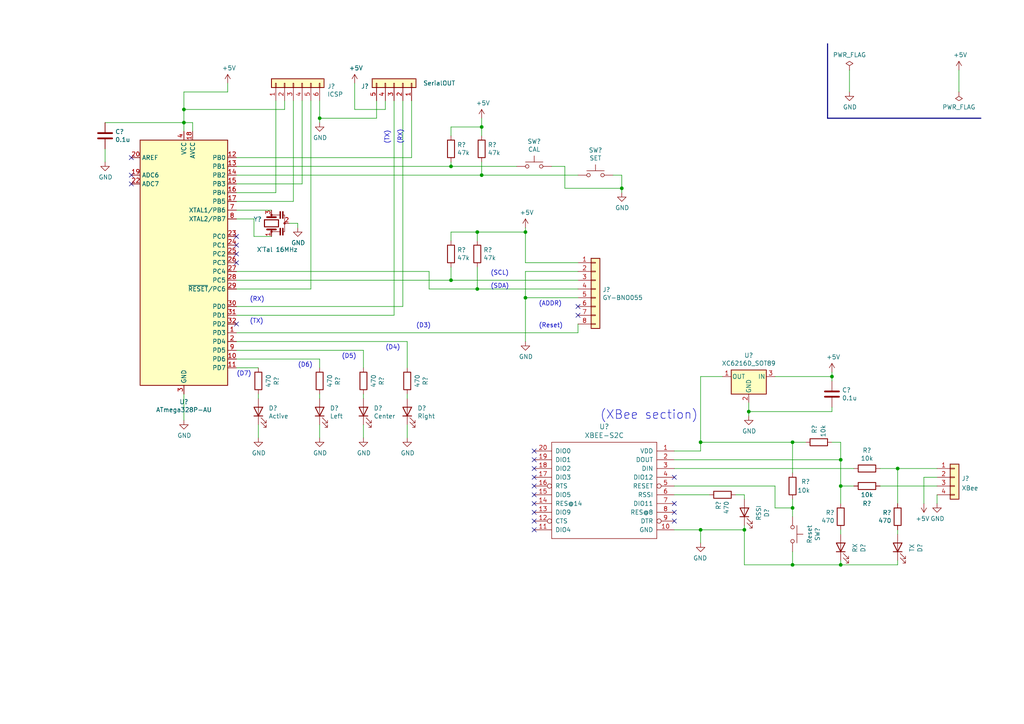
<source format=kicad_sch>
(kicad_sch (version 20211123) (generator eeschema)
  (paper "A4")
  (title_block (title "control board") (date "2021-11-06") (rev "V1.0") (company "Saeki.A"))
  (lib_symbols
    (symbol "0.main.mega:C" (pin_numbers hide) (pin_names (offset 0.254))
      (property "Reference" "C" (at 0.635 2.54 0))
      (property "Value" "0.main.mega_C" (at 0.635 -2.54 0))
      (symbol "C_0_1"
        (polyline (pts (xy -2.032 -0.762) (xy 2.032 -0.762)) (stroke (width 0.508)))
        (polyline (pts (xy -2.032 0.762) (xy 2.032 0.762)) (stroke (width 0.508)))
      )
      (symbol "C_1_1"
        (pin passive line (at 0 3.81 270) (length 2.794) (name "~") (number "1"))
        (pin passive line (at 0 -3.81 90) (length 2.794) (name "~") (number "2"))
      )
    )
    (symbol "0.main.robot.library:XBEE-S2C" (pin_names (offset 1.016))
      (property "Value" "0.main.robot.library_XBEE-S2C" (at -15.24 -17.78 0))
      (symbol "XBEE-S2C_1_0"
        (polyline (pts (xy -15.24 -15.24) (xy -15.24 12.7)))
        (polyline (pts (xy -15.24 12.7) (xy 15.24 12.7)))
        (polyline (pts (xy 15.24 -15.24) (xy -15.24 -15.24)))
        (polyline (pts (xy 15.24 12.7) (xy 15.24 -15.24)))
        (pin power_in line (at -20.32 10.16 0) (length 5.08) (name "VDD") (number "1"))
        (pin power_in line (at -20.32 -12.7 0) (length 5.08) (name "GND") (number "10"))
        (pin bidirectional line (at 20.32 -12.7 180) (length 5.08) (name "DIO4") (number "11"))
        (pin output inverted (at 20.32 -10.16 180) (length 5.08) (name "CTS") (number "12"))
        (pin bidirectional line (at 20.32 -7.62 180) (length 5.08) (name "DIO9") (number "13"))
        (pin bidirectional line (at 20.32 -5.08 180) (length 5.08) (name "RES@14") (number "14"))
        (pin bidirectional line (at 20.32 -2.54 180) (length 5.08) (name "DIO5") (number "15"))
        (pin input inverted (at 20.32 0 180) (length 5.08) (name "RTS") (number "16"))
        (pin bidirectional line (at 20.32 2.54 180) (length 5.08) (name "DIO3") (number "17"))
        (pin bidirectional line (at 20.32 5.08 180) (length 5.08) (name "DIO2") (number "18"))
        (pin bidirectional line (at 20.32 7.62 180) (length 5.08) (name "DIO1") (number "19"))
        (pin output line (at -20.32 7.62 0) (length 5.08) (name "DOUT") (number "2"))
        (pin bidirectional line (at 20.32 10.16 180) (length 5.08) (name "DIO0") (number "20"))
        (pin input line (at -20.32 5.08 0) (length 5.08) (name "DIN") (number "3"))
        (pin bidirectional line (at -20.32 2.54 0) (length 5.08) (name "DIO12") (number "4"))
        (pin input inverted (at -20.32 0 0) (length 5.08) (name "RESET") (number "5"))
        (pin bidirectional line (at -20.32 -2.54 0) (length 5.08) (name "RSSI") (number "6"))
        (pin bidirectional line (at -20.32 -5.08 0) (length 5.08) (name "DIO11") (number "7"))
        (pin bidirectional line (at -20.32 -7.62 0) (length 5.08) (name "RES@8") (number "8"))
        (pin bidirectional inverted (at -20.32 -10.16 0) (length 5.08) (name "DTR") (number "9"))
      )
    )
    (symbol "Connector_Generic:Conn_01x04" (pin_names (offset 1.016) hide)
      (property "Reference" "J" (at 0 5.08 0))
      (property "Value" "Conn_01x04" (at 0 -7.62 0))
      (symbol "Conn_01x04_1_1"
        (rectangle (start -1.27 -4.953) (end 0 -5.207) (stroke (width 0.1524)))
        (rectangle (start -1.27 -2.413) (end 0 -2.667) (stroke (width 0.1524)))
        (rectangle (start -1.27 0.127) (end 0 -0.127) (stroke (width 0.1524)))
        (rectangle (start -1.27 2.667) (end 0 2.413) (stroke (width 0.1524)))
        (rectangle (start -1.27 3.81) (end 1.27 -6.35) (stroke (width 0.254)) (fill (type background)))
        (pin passive line (at -5.08 2.54 0) (length 3.81) (name "Pin_1") (number "1"))
        (pin passive line (at -5.08 0 0) (length 3.81) (name "Pin_2") (number "2"))
        (pin passive line (at -5.08 -2.54 0) (length 3.81) (name "Pin_3") (number "3"))
        (pin passive line (at -5.08 -5.08 0) (length 3.81) (name "Pin_4") (number "4"))
      )
    )
    (symbol "Connector_Generic:Conn_01x05" (pin_names (offset 1.016) hide)
      (property "Reference" "J" (at 0 7.62 0))
      (property "Value" "Conn_01x05" (at 0 -7.62 0))
      (symbol "Conn_01x05_1_1"
        (rectangle (start -1.27 -4.953) (end 0 -5.207) (stroke (width 0.1524)))
        (rectangle (start -1.27 -2.413) (end 0 -2.667) (stroke (width 0.1524)))
        (rectangle (start -1.27 0.127) (end 0 -0.127) (stroke (width 0.1524)))
        (rectangle (start -1.27 2.667) (end 0 2.413) (stroke (width 0.1524)))
        (rectangle (start -1.27 5.207) (end 0 4.953) (stroke (width 0.1524)))
        (rectangle (start -1.27 6.35) (end 1.27 -6.35) (stroke (width 0.254)) (fill (type background)))
        (pin passive line (at -5.08 5.08 0) (length 3.81) (name "Pin_1") (number "1"))
        (pin passive line (at -5.08 2.54 0) (length 3.81) (name "Pin_2") (number "2"))
        (pin passive line (at -5.08 0 0) (length 3.81) (name "Pin_3") (number "3"))
        (pin passive line (at -5.08 -2.54 0) (length 3.81) (name "Pin_4") (number "4"))
        (pin passive line (at -5.08 -5.08 0) (length 3.81) (name "Pin_5") (number "5"))
      )
    )
    (symbol "Connector_Generic:Conn_01x06" (pin_names (offset 1.016) hide)
      (property "Reference" "J" (at 0 7.62 0))
      (property "Value" "Conn_01x06" (at 0 -10.16 0))
      (symbol "Conn_01x06_1_1"
        (rectangle (start -1.27 -7.493) (end 0 -7.747) (stroke (width 0.1524)))
        (rectangle (start -1.27 -4.953) (end 0 -5.207) (stroke (width 0.1524)))
        (rectangle (start -1.27 -2.413) (end 0 -2.667) (stroke (width 0.1524)))
        (rectangle (start -1.27 0.127) (end 0 -0.127) (stroke (width 0.1524)))
        (rectangle (start -1.27 2.667) (end 0 2.413) (stroke (width 0.1524)))
        (rectangle (start -1.27 5.207) (end 0 4.953) (stroke (width 0.1524)))
        (rectangle (start -1.27 6.35) (end 1.27 -8.89) (stroke (width 0.254)) (fill (type background)))
        (pin passive line (at -5.08 5.08 0) (length 3.81) (name "Pin_1") (number "1"))
        (pin passive line (at -5.08 2.54 0) (length 3.81) (name "Pin_2") (number "2"))
        (pin passive line (at -5.08 0 0) (length 3.81) (name "Pin_3") (number "3"))
        (pin passive line (at -5.08 -2.54 0) (length 3.81) (name "Pin_4") (number "4"))
        (pin passive line (at -5.08 -5.08 0) (length 3.81) (name "Pin_5") (number "5"))
        (pin passive line (at -5.08 -7.62 0) (length 3.81) (name "Pin_6") (number "6"))
      )
    )
    (symbol "Connector_Generic:Conn_01x08" (pin_names (offset 1.016) hide)
      (property "Reference" "J" (at 0 10.16 0))
      (property "Value" "Conn_01x08" (at 0 -12.7 0))
      (symbol "Conn_01x08_1_1"
        (rectangle (start -1.27 -10.033) (end 0 -10.287) (stroke (width 0.1524)))
        (rectangle (start -1.27 -7.493) (end 0 -7.747) (stroke (width 0.1524)))
        (rectangle (start -1.27 -4.953) (end 0 -5.207) (stroke (width 0.1524)))
        (rectangle (start -1.27 -2.413) (end 0 -2.667) (stroke (width 0.1524)))
        (rectangle (start -1.27 0.127) (end 0 -0.127) (stroke (width 0.1524)))
        (rectangle (start -1.27 2.667) (end 0 2.413) (stroke (width 0.1524)))
        (rectangle (start -1.27 5.207) (end 0 4.953) (stroke (width 0.1524)))
        (rectangle (start -1.27 7.747) (end 0 7.493) (stroke (width 0.1524)))
        (rectangle (start -1.27 8.89) (end 1.27 -11.43) (stroke (width 0.254)) (fill (type background)))
        (pin passive line (at -5.08 7.62 0) (length 3.81) (name "Pin_1") (number "1"))
        (pin passive line (at -5.08 5.08 0) (length 3.81) (name "Pin_2") (number "2"))
        (pin passive line (at -5.08 2.54 0) (length 3.81) (name "Pin_3") (number "3"))
        (pin passive line (at -5.08 0 0) (length 3.81) (name "Pin_4") (number "4"))
        (pin passive line (at -5.08 -2.54 0) (length 3.81) (name "Pin_5") (number "5"))
        (pin passive line (at -5.08 -5.08 0) (length 3.81) (name "Pin_6") (number "6"))
        (pin passive line (at -5.08 -7.62 0) (length 3.81) (name "Pin_7") (number "7"))
        (pin passive line (at -5.08 -10.16 0) (length 3.81) (name "Pin_8") (number "8"))
      )
    )
    (symbol "Device:C" (pin_numbers hide) (pin_names (offset 0.254))
      (property "Reference" "C" (at 0.635 2.54 0))
      (property "Value" "C" (at 0.635 -2.54 0))
      (symbol "C_0_1"
        (polyline (pts (xy -2.032 -0.762) (xy 2.032 -0.762)) (stroke (width 0.508)))
        (polyline (pts (xy -2.032 0.762) (xy 2.032 0.762)) (stroke (width 0.508)))
      )
      (symbol "C_1_1"
        (pin passive line (at 0 3.81 270) (length 2.794) (name "~") (number "1"))
        (pin passive line (at 0 -3.81 90) (length 2.794) (name "~") (number "2"))
      )
    )
    (symbol "Device:LED" (pin_numbers hide) (pin_names (offset 1.016) hide)
      (property "Reference" "D" (at 0 2.54 0))
      (property "Value" "LED" (at 0 -2.54 0))
      (symbol "LED_0_1"
        (polyline (pts (xy -1.27 -1.27) (xy -1.27 1.27)) (stroke (width 0.254)))
        (polyline (pts (xy -1.27 0) (xy 1.27 0)))
        (polyline (pts (xy 1.27 -1.27) (xy 1.27 1.27) (xy -1.27 0) (xy 1.27 -1.27)) (stroke (width 0.254)))
        (polyline (pts (xy -3.048 -0.762) (xy -4.572 -2.286) (xy -3.81 -2.286) (xy -4.572 -2.286) (xy -4.572 -1.524)))
        (polyline (pts (xy -1.778 -0.762) (xy -3.302 -2.286) (xy -2.54 -2.286) (xy -3.302 -2.286) (xy -3.302 -1.524)))
      )
      (symbol "LED_1_1"
        (pin passive line (at -3.81 0 0) (length 2.54) (name "K") (number "1"))
        (pin passive line (at 3.81 0 180) (length 2.54) (name "A") (number "2"))
      )
    )
    (symbol "Device:R" (pin_numbers hide) (pin_names (offset 0))
      (property "Reference" "R" (at 2.032 0 90))
      (property "Value" "R" (at 0 0 90))
      (symbol "R_0_1"
        (rectangle (start -1.016 -2.54) (end 1.016 2.54) (stroke (width 0.254)))
      )
      (symbol "R_1_1"
        (pin passive line (at 0 3.81 270) (length 1.27) (name "~") (number "1"))
        (pin passive line (at 0 -3.81 90) (length 1.27) (name "~") (number "2"))
      )
    )
    (symbol "Device:Resonator" (pin_names (offset 1.016) hide)
      (property "Reference" "Y" (at 0 5.715 0))
      (property "Value" "Resonator" (at 0 3.81 0))
      (symbol "Resonator_0_1"
        (rectangle (start -3.429 -3.175) (end -1.397 -3.429) (fill (type outline)))
        (rectangle (start -3.429 -2.413) (end -1.397 -2.667) (fill (type outline)))
        (circle (center -2.413 0) (radius 0.254) (fill (type outline)))
        (rectangle (start -1.016 2.032) (end 1.016 -2.032) (stroke (width 0.3048)))
        (circle (center 0 -3.81) (radius 0.254) (fill (type outline)))
        (polyline (pts (xy -2.413 -2.413) (xy -2.413 0)))
        (polyline (pts (xy -1.905 0) (xy -3.175 0)))
        (polyline (pts (xy -1.778 -1.27) (xy -1.778 1.27)) (stroke (width 0.508)))
        (polyline (pts (xy 1.778 -1.27) (xy 1.778 1.27)) (stroke (width 0.508)))
        (polyline (pts (xy 1.905 0) (xy 2.54 0)))
        (polyline (pts (xy 2.413 0) (xy 2.413 -2.54)))
        (polyline (pts (xy 2.413 -3.302) (xy 2.413 -3.81) (xy -2.413 -3.81) (xy -2.413 -3.302)))
        (rectangle (start 1.397 -3.175) (end 3.429 -3.429) (fill (type outline)))
        (rectangle (start 1.397 -2.413) (end 3.429 -2.667) (fill (type outline)))
        (circle (center 2.413 0) (radius 0.254) (fill (type outline)))
      )
      (symbol "Resonator_1_1"
        (pin passive line (at -3.81 0 0) (length 1.27) (name "1") (number "1"))
        (pin passive line (at 0 -5.08 90) (length 1.27) (name "2") (number "2"))
        (pin passive line (at 3.81 0 180) (length 1.27) (name "3") (number "3"))
      )
    )
    (symbol "MCU_Microchip_ATmega:ATmega328P-AU"
      (property "Reference" "U" (at -12.7 36.83 0))
      (property "Value" "MCU_Microchip_ATmega_ATmega328P-AU" (at 2.54 -36.83 0))
      (symbol "ATmega328P-AU_0_1"
        (rectangle (start -12.7 -35.56) (end 12.7 35.56) (stroke (width 0.254)) (fill (type background)))
      )
      (symbol "ATmega328P-AU_1_1"
        (pin bidirectional line (at 15.24 -20.32 180) (length 2.54) (name "PD3") (number "1"))
        (pin bidirectional line (at 15.24 -27.94 180) (length 2.54) (name "PD6") (number "10"))
        (pin bidirectional line (at 15.24 -30.48 180) (length 2.54) (name "PD7") (number "11"))
        (pin bidirectional line (at 15.24 30.48 180) (length 2.54) (name "PB0") (number "12"))
        (pin bidirectional line (at 15.24 27.94 180) (length 2.54) (name "PB1") (number "13"))
        (pin bidirectional line (at 15.24 25.4 180) (length 2.54) (name "PB2") (number "14"))
        (pin bidirectional line (at 15.24 22.86 180) (length 2.54) (name "PB3") (number "15"))
        (pin bidirectional line (at 15.24 20.32 180) (length 2.54) (name "PB4") (number "16"))
        (pin bidirectional line (at 15.24 17.78 180) (length 2.54) (name "PB5") (number "17"))
        (pin power_in line (at 2.54 38.1 270) (length 2.54) (name "AVCC") (number "18"))
        (pin input line (at -15.24 25.4 0) (length 2.54) (name "ADC6") (number "19"))
        (pin bidirectional line (at 15.24 -22.86 180) (length 2.54) (name "PD4") (number "2"))
        (pin passive line (at -15.24 30.48 0) (length 2.54) (name "AREF") (number "20"))
        (pin passive line (at 0 -38.1 90) (length 2.54) hide (name "GND") (number "21"))
        (pin input line (at -15.24 22.86 0) (length 2.54) (name "ADC7") (number "22"))
        (pin bidirectional line (at 15.24 7.62 180) (length 2.54) (name "PC0") (number "23"))
        (pin bidirectional line (at 15.24 5.08 180) (length 2.54) (name "PC1") (number "24"))
        (pin bidirectional line (at 15.24 2.54 180) (length 2.54) (name "PC2") (number "25"))
        (pin bidirectional line (at 15.24 0 180) (length 2.54) (name "PC3") (number "26"))
        (pin bidirectional line (at 15.24 -2.54 180) (length 2.54) (name "PC4") (number "27"))
        (pin bidirectional line (at 15.24 -5.08 180) (length 2.54) (name "PC5") (number "28"))
        (pin bidirectional line (at 15.24 -7.62 180) (length 2.54) (name "~{RESET}/PC6") (number "29"))
        (pin power_in line (at 0 -38.1 90) (length 2.54) (name "GND") (number "3"))
        (pin bidirectional line (at 15.24 -12.7 180) (length 2.54) (name "PD0") (number "30"))
        (pin bidirectional line (at 15.24 -15.24 180) (length 2.54) (name "PD1") (number "31"))
        (pin bidirectional line (at 15.24 -17.78 180) (length 2.54) (name "PD2") (number "32"))
        (pin power_in line (at 0 38.1 270) (length 2.54) (name "VCC") (number "4"))
        (pin passive line (at 0 -38.1 90) (length 2.54) hide (name "GND") (number "5"))
        (pin passive line (at 0 38.1 270) (length 2.54) hide (name "VCC") (number "6"))
        (pin bidirectional line (at 15.24 15.24 180) (length 2.54) (name "XTAL1/PB6") (number "7"))
        (pin bidirectional line (at 15.24 12.7 180) (length 2.54) (name "XTAL2/PB7") (number "8"))
        (pin bidirectional line (at 15.24 -25.4 180) (length 2.54) (name "PD5") (number "9"))
      )
    )
    (symbol "Regulator_Linear:XC6216D_SOT89" (pin_names (offset 0.254))
      (property "Reference" "U" (at -3.81 3.175 0))
      (property "Value" "Regulator_Linear_XC6216D_SOT89" (at -0.635 3.175 0))
      (symbol "XC6216D_SOT89_0_1"
        (rectangle (start -5.08 1.905) (end 5.08 -5.08) (stroke (width 0.254)) (fill (type background)))
      )
      (symbol "XC6216D_SOT89_1_1"
        (pin power_out line (at 7.62 0 180) (length 2.54) (name "OUT") (number "1"))
        (pin power_in line (at 0 -7.62 90) (length 2.54) (name "GND") (number "2"))
        (pin power_in line (at -7.62 0 0) (length 2.54) (name "IN") (number "3"))
      )
    )
    (symbol "Switch:SW_Push" (pin_numbers hide) (pin_names (offset 1.016) hide)
      (property "Reference" "SW" (at 1.27 2.54 0))
      (property "Value" "SW_Push" (at 0 -1.524 0))
      (symbol "SW_Push_0_1"
        (circle (center -2.032 0) (radius 0.508))
        (polyline (pts (xy 0 1.27) (xy 0 3.048)))
        (polyline (pts (xy 2.54 1.27) (xy -2.54 1.27)))
        (circle (center 2.032 0) (radius 0.508))
        (pin passive line (at -5.08 0 0) (length 2.54) (name "1") (number "1"))
        (pin passive line (at 5.08 0 180) (length 2.54) (name "2") (number "2"))
      )
    )
    (symbol "power:+5V" (power) (pin_names (offset 0))
      (property "Value" "+5V" (at 0 3.556 0))
      (symbol "+5V_0_1"
        (polyline (pts (xy -0.762 1.27) (xy 0 2.54)))
        (polyline (pts (xy 0 0) (xy 0 2.54)))
        (polyline (pts (xy 0 2.54) (xy 0.762 1.27)))
      )
      (symbol "+5V_1_1"
        (pin power_in line (at 0 0 90) (length 0) hide (name "+5V") (number "1"))
      )
    )
    (symbol "power:GND" (power) (pin_names (offset 0))
      (property "Value" "GND" (at 0 -3.81 0))
      (symbol "GND_0_1"
        (polyline (pts (xy 0 0) (xy 0 -1.27) (xy 1.27 -1.27) (xy 0 -2.54) (xy -1.27 -1.27) (xy 0 -1.27)))
      )
      (symbol "GND_1_1"
        (pin power_in line (at 0 0 270) (length 0) hide (name "GND") (number "1"))
      )
    )
    (symbol "power:PWR_FLAG" (power) (pin_numbers hide) (pin_names (offset 0) hide)
      (property "Value" "PWR_FLAG" (at 0 3.81 0))
      (symbol "PWR_FLAG_0_0"
        (pin power_out line (at 0 0 90) (length 0) (name "pwr") (number "1"))
      )
      (symbol "PWR_FLAG_0_1"
        (polyline (pts (xy 0 0) (xy 0 1.27) (xy -1.016 1.905) (xy 0 2.54) (xy 1.016 1.905) (xy 0 1.27)))
      )
    )
  )
  (junction (at 92.71 34.29))
  (junction (at 53.34 31.75))
  (junction (at 260.35 135.89))
  (junction (at 152.4 67.31))
  (junction (at 243.84 163.83))
  (junction (at 229.87 163.83))
  (junction (at 130.81 48.26))
  (junction (at 243.84 140.97))
  (junction (at 241.3 109.22))
  (junction (at 203.2 128.27))
  (junction (at 139.7 50.8))
  (junction (at 152.4 86.36))
  (junction (at 203.2 153.67))
  (junction (at 53.34 35.56))
  (junction (at 217.17 119.38))
  (junction (at 139.7 36.83))
  (junction (at 138.43 67.31))
  (junction (at 215.9 153.67))
  (junction (at 229.87 128.27))
  (junction (at 130.81 81.28))
  (junction (at 229.87 147.32))
  (junction (at 243.84 133.35))
  (junction (at 138.43 83.82))
  (junction (at 180.34 54.61))
  (no_connect (at 68.58 71.12))
  (no_connect (at 167.64 88.9))
  (no_connect (at 68.58 73.66))
  (no_connect (at 154.94 130.81))
  (no_connect (at 154.94 133.35))
  (no_connect (at 154.94 135.89))
  (no_connect (at 154.94 138.43))
  (no_connect (at 154.94 140.97))
  (no_connect (at 154.94 143.51))
  (no_connect (at 154.94 146.05))
  (no_connect (at 154.94 148.59))
  (no_connect (at 154.94 151.13))
  (no_connect (at 154.94 153.67))
  (no_connect (at 38.1 45.72))
  (no_connect (at 68.58 76.2))
  (no_connect (at 68.58 68.58))
  (no_connect (at 38.1 50.8))
  (no_connect (at 68.58 93.98))
  (no_connect (at 167.64 91.44))
  (no_connect (at 38.1 53.34))
  (no_connect (at 195.58 151.13))
  (no_connect (at 195.58 148.59))
  (no_connect (at 195.58 146.05))
  (no_connect (at 195.58 138.43))
  (wire (pts (xy 243.84 162.56) (xy 243.84 163.83)))
  (wire (pts (xy 241.3 109.22) (xy 241.3 110.49)))
  (wire (pts (xy 124.46 83.82) (xy 138.43 83.82)))
  (wire (pts (xy 105.41 101.6) (xy 105.41 106.68)))
  (wire (pts (xy 203.2 128.27) (xy 203.2 130.81)))
  (wire (pts (xy 260.35 162.56) (xy 260.35 163.83)))
  (wire (pts (xy 139.7 34.29) (xy 139.7 36.83)))
  (wire (pts (xy 68.58 101.6) (xy 105.41 101.6)))
  (wire (pts (xy 241.3 128.27) (xy 243.84 128.27)))
  (wire (pts (xy 138.43 67.31) (xy 138.43 69.85)))
  (wire (pts (xy 243.84 128.27) (xy 243.84 133.35)))
  (wire (pts (xy 233.68 128.27) (xy 229.87 128.27)))
  (wire (pts (xy 229.87 128.27) (xy 203.2 128.27)))
  (wire (pts (xy 271.78 146.05) (xy 271.78 143.51)))
  (wire (pts (xy 118.11 114.3) (xy 118.11 115.57)))
  (wire (pts (xy 229.87 163.83) (xy 215.9 163.83)))
  (wire (pts (xy 102.87 24.13) (xy 102.87 31.75)))
  (wire (pts (xy 229.87 160.02) (xy 229.87 163.83)))
  (wire (pts (xy 74.93 123.19) (xy 74.93 127)))
  (wire (pts (xy 53.34 35.56) (xy 30.48 35.56)))
  (bus (pts (xy 240.03 12.7) (xy 240.03 34.29)))
  (wire (pts (xy 53.34 35.56) (xy 55.88 35.56)))
  (wire (pts (xy 260.35 135.89) (xy 260.35 146.05)))
  (wire (pts (xy 241.3 118.11) (xy 241.3 119.38)))
  (wire (pts (xy 105.41 114.3) (xy 105.41 115.57)))
  (wire (pts (xy 255.27 140.97) (xy 271.78 140.97)))
  (wire (pts (xy 224.79 109.22) (xy 241.3 109.22)))
  (wire (pts (xy 92.71 123.19) (xy 92.71 127)))
  (wire (pts (xy 68.58 45.72) (xy 119.38 45.72)))
  (wire (pts (xy 111.76 31.75) (xy 111.76 29.21)))
  (wire (pts (xy 68.58 48.26) (xy 130.81 48.26)))
  (wire (pts (xy 68.58 83.82) (xy 90.17 83.82)))
  (wire (pts (xy 195.58 135.89) (xy 247.65 135.89)))
  (wire (pts (xy 215.9 153.67) (xy 203.2 153.67)))
  (wire (pts (xy 53.34 31.75) (xy 53.34 35.56)))
  (wire (pts (xy 139.7 36.83) (xy 130.81 36.83)))
  (wire (pts (xy 167.64 96.52) (xy 167.64 93.98)))
  (bus (pts (xy 240.03 34.29) (xy 284.48 34.29)))
  (wire (pts (xy 260.35 135.89) (xy 255.27 135.89)))
  (wire (pts (xy 203.2 109.22) (xy 203.2 128.27)))
  (wire (pts (xy 68.58 96.52) (xy 167.64 96.52)))
  (wire (pts (xy 68.58 106.68) (xy 74.93 106.68)))
  (wire (pts (xy 116.84 29.21) (xy 116.84 88.9)))
  (wire (pts (xy 139.7 50.8) (xy 167.64 50.8)))
  (wire (pts (xy 53.34 31.75) (xy 82.55 31.75)))
  (wire (pts (xy 130.81 36.83) (xy 130.81 39.37)))
  (wire (pts (xy 130.81 67.31) (xy 138.43 67.31)))
  (wire (pts (xy 86.36 64.77) (xy 86.36 66.04)))
  (wire (pts (xy 118.11 99.06) (xy 118.11 106.68)))
  (wire (pts (xy 114.3 29.21) (xy 114.3 91.44)))
  (wire (pts (xy 203.2 153.67) (xy 203.2 157.48)))
  (wire (pts (xy 130.81 46.99) (xy 130.81 48.26)))
  (wire (pts (xy 163.83 54.61) (xy 180.34 54.61)))
  (wire (pts (xy 217.17 119.38) (xy 217.17 120.65)))
  (wire (pts (xy 92.71 29.21) (xy 92.71 34.29)))
  (wire (pts (xy 130.81 69.85) (xy 130.81 67.31)))
  (wire (pts (xy 243.84 133.35) (xy 243.84 140.97)))
  (wire (pts (xy 241.3 109.22) (xy 241.3 107.95)))
  (wire (pts (xy 243.84 163.83) (xy 229.87 163.83)))
  (wire (pts (xy 119.38 45.72) (xy 119.38 29.21)))
  (wire (pts (xy 195.58 140.97) (xy 224.79 140.97)))
  (wire (pts (xy 243.84 153.67) (xy 243.84 154.94)))
  (wire (pts (xy 105.41 123.19) (xy 105.41 127)))
  (wire (pts (xy 229.87 147.32) (xy 229.87 149.86)))
  (wire (pts (xy 167.64 86.36) (xy 152.4 86.36)))
  (wire (pts (xy 260.35 135.89) (xy 271.78 135.89)))
  (wire (pts (xy 167.64 78.74) (xy 152.4 78.74)))
  (wire (pts (xy 215.9 163.83) (xy 215.9 153.67)))
  (wire (pts (xy 177.8 50.8) (xy 180.34 50.8)))
  (wire (pts (xy 138.43 83.82) (xy 167.64 83.82)))
  (wire (pts (xy 53.34 26.67) (xy 53.34 31.75)))
  (wire (pts (xy 130.81 48.26) (xy 149.86 48.26)))
  (wire (pts (xy 139.7 46.99) (xy 139.7 50.8)))
  (wire (pts (xy 246.38 20.32) (xy 246.38 26.67)))
  (wire (pts (xy 195.58 143.51) (xy 205.74 143.51)))
  (wire (pts (xy 213.36 143.51) (xy 215.9 143.51)))
  (wire (pts (xy 92.71 34.29) (xy 92.71 35.56)))
  (wire (pts (xy 209.55 109.22) (xy 203.2 109.22)))
  (wire (pts (xy 163.83 48.26) (xy 163.83 54.61)))
  (wire (pts (xy 243.84 140.97) (xy 247.65 140.97)))
  (wire (pts (xy 160.02 48.26) (xy 163.83 48.26)))
  (wire (pts (xy 68.58 91.44) (xy 114.3 91.44)))
  (wire (pts (xy 241.3 119.38) (xy 217.17 119.38)))
  (wire (pts (xy 124.46 78.74) (xy 124.46 83.82)))
  (wire (pts (xy 68.58 60.96) (xy 78.74 60.96)))
  (wire (pts (xy 229.87 144.78) (xy 229.87 147.32)))
  (wire (pts (xy 215.9 143.51) (xy 215.9 144.78)))
  (wire (pts (xy 85.09 58.42) (xy 85.09 29.21)))
  (wire (pts (xy 68.58 63.5) (xy 73.66 63.5)))
  (wire (pts (xy 68.58 88.9) (xy 116.84 88.9)))
  (wire (pts (xy 92.71 114.3) (xy 92.71 115.57)))
  (wire (pts (xy 138.43 67.31) (xy 152.4 67.31)))
  (wire (pts (xy 66.04 24.13) (xy 66.04 26.67)))
  (wire (pts (xy 278.13 20.32) (xy 278.13 26.67)))
  (wire (pts (xy 73.66 68.58) (xy 78.74 68.58)))
  (wire (pts (xy 130.81 77.47) (xy 130.81 81.28)))
  (wire (pts (xy 68.58 53.34) (xy 87.63 53.34)))
  (wire (pts (xy 53.34 26.67) (xy 66.04 26.67)))
  (wire (pts (xy 152.4 78.74) (xy 152.4 86.36)))
  (wire (pts (xy 152.4 67.31) (xy 152.4 76.2)))
  (wire (pts (xy 195.58 153.67) (xy 203.2 153.67)))
  (wire (pts (xy 260.35 163.83) (xy 243.84 163.83)))
  (wire (pts (xy 138.43 77.47) (xy 138.43 83.82)))
  (wire (pts (xy 92.71 104.14) (xy 92.71 106.68)))
  (wire (pts (xy 229.87 128.27) (xy 229.87 137.16)))
  (wire (pts (xy 195.58 133.35) (xy 243.84 133.35)))
  (wire (pts (xy 180.34 54.61) (xy 180.34 55.88)))
  (wire (pts (xy 87.63 53.34) (xy 87.63 29.21)))
  (wire (pts (xy 68.58 78.74) (xy 124.46 78.74)))
  (wire (pts (xy 217.17 116.84) (xy 217.17 119.38)))
  (wire (pts (xy 90.17 83.82) (xy 90.17 29.21)))
  (wire (pts (xy 271.78 138.43) (xy 267.97 138.43)))
  (wire (pts (xy 73.66 63.5) (xy 73.66 68.58)))
  (wire (pts (xy 53.34 114.3) (xy 53.34 121.92)))
  (wire (pts (xy 68.58 50.8) (xy 139.7 50.8)))
  (wire (pts (xy 53.34 35.56) (xy 53.34 38.1)))
  (wire (pts (xy 130.81 81.28) (xy 167.64 81.28)))
  (wire (pts (xy 224.79 147.32) (xy 229.87 147.32)))
  (wire (pts (xy 215.9 152.4) (xy 215.9 153.67)))
  (wire (pts (xy 55.88 35.56) (xy 55.88 38.1)))
  (wire (pts (xy 102.87 31.75) (xy 111.76 31.75)))
  (wire (pts (xy 243.84 140.97) (xy 243.84 146.05)))
  (wire (pts (xy 109.22 29.21) (xy 109.22 34.29)))
  (wire (pts (xy 68.58 104.14) (xy 92.71 104.14)))
  (wire (pts (xy 80.01 29.21) (xy 80.01 55.88)))
  (wire (pts (xy 80.01 55.88) (xy 68.58 55.88)))
  (wire (pts (xy 92.71 34.29) (xy 109.22 34.29)))
  (wire (pts (xy 152.4 86.36) (xy 152.4 99.06)))
  (wire (pts (xy 68.58 81.28) (xy 130.81 81.28)))
  (wire (pts (xy 267.97 138.43) (xy 267.97 146.05)))
  (wire (pts (xy 139.7 36.83) (xy 139.7 39.37)))
  (wire (pts (xy 68.58 58.42) (xy 85.09 58.42)))
  (wire (pts (xy 180.34 50.8) (xy 180.34 54.61)))
  (wire (pts (xy 152.4 76.2) (xy 167.64 76.2)))
  (wire (pts (xy 30.48 43.18) (xy 30.48 46.99)))
  (wire (pts (xy 82.55 31.75) (xy 82.55 29.21)))
  (wire (pts (xy 152.4 66.04) (xy 152.4 67.31)))
  (wire (pts (xy 74.93 114.3) (xy 74.93 115.57)))
  (wire (pts (xy 195.58 130.81) (xy 203.2 130.81)))
  (wire (pts (xy 224.79 140.97) (xy 224.79 147.32)))
  (wire (pts (xy 83.82 64.77) (xy 86.36 64.77)))
  (wire (pts (xy 260.35 153.67) (xy 260.35 154.94)))
  (wire (pts (xy 68.58 99.06) (xy 118.11 99.06)))
  (wire (pts (xy 118.11 123.19) (xy 118.11 127)))
  (text "(D4)" (at 111.76 101.6 0) (effects (font (size 1.27 1.27)) (justify left bottom)))
  (text "(SCL)" (at 142.24 80.01 0) (effects (font (size 1.27 1.27)) (justify left bottom)))
  (text "(Reset)" (at 156.21 95.25 0) (effects (font (size 1.27 1.27)) (justify left bottom)))
  (text "(D3)" (at 120.65 95.25 0) (effects (font (size 1.27 1.27)) (justify left bottom)))
  (text "(TX)" (at 113.03 41.91 90) (effects (font (size 1.27 1.27)) (justify left bottom)))
  (text "(XBee section)" (at 173.99 121.92 0) (effects (font (size 2.54 2.54)) (justify left bottom)))
  (text "(SDA)" (at 142.24 83.82 0) (effects (font (size 1.27 1.27)) (justify left bottom)))
  (text "(ADDR)" (at 156.21 88.9 0) (effects (font (size 1.27 1.27)) (justify left bottom)))
  (text "(RX)" (at 116.84 41.91 90) (effects (font (size 1.27 1.27)) (justify left bottom)))
  (text "(D6)" (at 86.36 106.68 0) (effects (font (size 1.27 1.27)) (justify left bottom)))
  (text "(D5)" (at 99.06 104.14 0) (effects (font (size 1.27 1.27)) (justify left bottom)))
  (text "(RX)" (at 72.39 87.63 0) (effects (font (size 1.27 1.27)) (justify left bottom)))
  (text "(TX)" (at 72.39 93.98 0) (effects (font (size 1.27 1.27)) (justify left bottom)))
  (text "(D7)" (at 68.58 109.22 0) (effects (font (size 1.27 1.27)) (justify left bottom)))
  (symbol (lib_id "Device:Resonator") (at 78.74 64.77 90) (unit 1)
    (property "Reference" "Y?" (at 75.9206 63.6016 90) (effects (justify left)))
    (property "Value" "X`Tal 16MHz" (at 86.36 72.39 90) (effects (justify left)))
    (property "Footprint" "Crystal:Resonator_SMD_muRata_CSTxExxV-3Pin_3.0x1.1mm_HandSoldering" (effects hide))
  )
  (symbol (lib_id "power:PWR_FLAG") (at 278.13 26.67 180) (unit 1)
    (property "Reference" "#FLG?" (effects hide))
    (property "Value" "PWR_FLAG" (at 278.13 31.0642 0))
  )
  (symbol (lib_id "power:GND") (at 53.34 121.92 0) (unit 1)
    (property "Reference" "#PWR?" (effects hide))
    (property "Value" "GND" (at 53.467 126.3142 0))
  )
  (symbol (lib_id "power:GND") (at 217.17 120.65 0) (unit 1)
    (property "Reference" "#PWR?" (effects hide))
    (property "Value" "GND" (at 217.297 125.0442 0))
  )
  (symbol (lib_id "power:GND") (at 271.78 146.05 0) (unit 1)
    (property "Reference" "#PWR?" (effects hide))
    (property "Value" "GND" (at 271.907 150.4442 0))
  )
  (symbol (lib_id "Device:C") (at 30.48 39.37 0) (unit 1)
    (property "Reference" "C?" (at 33.401 38.2016 0) (effects (justify left)))
    (property "Value" "0.1u" (at 33.401 40.513 0) (effects (justify left)))
    (property "Footprint" "Capacitor_SMD:C_0603_1608Metric_Pad1.05x0.95mm_HandSolder" (effects hide))
  )
  (symbol (lib_id "Device:LED") (at 118.11 119.38 90) (unit 1)
    (property "Reference" "D?" (at 121.0818 118.3894 90) (effects (justify right)))
    (property "Value" "Right" (at 121.0818 120.7008 90) (effects (justify right)))
    (property "Footprint" "LED_SMD:LED_0603_1608Metric_Pad1.05x0.95mm_HandSolder" (effects hide))
  )
  (symbol (lib_id "Device:LED") (at 105.41 119.38 90) (unit 1)
    (property "Reference" "D?" (at 108.3818 118.3894 90) (effects (justify right)))
    (property "Value" "Center" (at 108.3818 120.7008 90) (effects (justify right)))
    (property "Footprint" "LED_SMD:LED_0603_1608Metric_Pad1.05x0.95mm_HandSolder" (effects hide))
  )
  (symbol (lib_id "Device:R") (at 251.46 140.97 90) (mirror x) (unit 1)
    (property "Reference" "R?" (at 251.46 146.05 90))
    (property "Value" "10k" (at 251.46 143.51 90))
    (property "Footprint" "Resistor_SMD:R_0603_1608Metric_Pad0.98x0.95mm_HandSolder" (effects hide))
  )
  (symbol (lib_id "power:GND") (at 74.93 127 0) (unit 1)
    (property "Reference" "#PWR?" (effects hide))
    (property "Value" "GND" (at 75.057 131.3942 0))
  )
  (symbol (lib_id "Device:R") (at 251.46 135.89 90) (mirror x) (unit 1)
    (property "Reference" "R?" (at 251.46 130.6322 90))
    (property "Value" "10k" (at 251.46 132.9436 90))
    (property "Footprint" "Resistor_SMD:R_0603_1608Metric_Pad0.98x0.95mm_HandSolder" (effects hide))
  )
  (symbol (lib_id "Switch:SW_Push") (at 154.94 48.26 0) (unit 1)
    (property "Reference" "SW?" (at 154.94 41.021 0))
    (property "Value" "CAL" (at 154.94 43.3324 0))
    (property "Footprint" "0.main.robot:TVAF06-A020B-R" (effects hide))
  )
  (symbol (lib_id "Connector_Generic:Conn_01x05") (at 114.3 24.13 270) (mirror x) (unit 1)
    (property "Reference" "J?" (at 106.9848 25.0444 90) (effects (justify right)))
    (property "Value" "SerialOUT" (at 132.08 24.13 90) (effects (justify right)))
    (property "Footprint" "Connector_JST:JST_PH_S5B-PH-K_1x05_P2.00mm_Horizontal" (effects hide))
  )
  (symbol (lib_id "power:+5V") (at 267.97 146.05 180) (unit 1)
    (property "Reference" "#PWR?" (effects hide))
    (property "Value" "+5V" (at 267.589 150.4442 0))
  )
  (symbol (lib_id "Device:R") (at 260.35 149.86 0) (mirror y) (unit 1)
    (property "Reference" "R?" (at 258.572 148.6916 0) (effects (justify left)))
    (property "Value" "470" (at 258.572 151.003 0) (effects (justify left)))
    (property "Footprint" "Resistor_SMD:R_0603_1608Metric_Pad0.98x0.95mm_HandSolder" (effects hide))
  )
  (symbol (lib_id "power:GND") (at 203.2 157.48 0) (mirror y) (unit 1)
    (property "Reference" "#PWR?" (effects hide))
    (property "Value" "GND" (at 203.073 161.8742 0))
  )
  (symbol (lib_id "Device:R") (at 118.11 110.49 180) (unit 1)
    (property "Reference" "R?" (at 123.3678 110.49 90))
    (property "Value" "470" (at 121.0564 110.49 90))
    (property "Footprint" "Resistor_SMD:R_0603_1608Metric_Pad1.05x0.95mm_HandSolder" (effects hide))
  )
  (symbol (lib_id "power:GND") (at 105.41 127 0) (unit 1)
    (property "Reference" "#PWR?" (effects hide))
    (property "Value" "GND" (at 105.537 131.3942 0))
  )
  (symbol (lib_id "Device:R") (at 130.81 43.18 0) (unit 1)
    (property "Reference" "R?" (at 132.588 42.0116 0) (effects (justify left)))
    (property "Value" "47k" (at 132.588 44.323 0) (effects (justify left)))
    (property "Footprint" "Resistor_SMD:R_0603_1608Metric_Pad1.05x0.95mm_HandSolder" (effects hide))
  )
  (symbol (lib_id "power:GND") (at 92.71 35.56 0) (unit 1)
    (property "Reference" "#PWR?" (effects hide))
    (property "Value" "GND" (at 92.837 39.9542 0))
  )
  (symbol (lib_id "Device:LED") (at 260.35 158.75 90) (unit 1)
    (property "Reference" "D?" (at 266.827 158.9278 0))
    (property "Value" "TX" (at 264.5156 158.9278 0))
    (property "Footprint" "LED_SMD:LED_0603_1608Metric_Pad1.05x0.95mm_HandSolder" (effects hide))
  )
  (symbol (lib_id "power:GND") (at 92.71 127 0) (unit 1)
    (property "Reference" "#PWR?" (effects hide))
    (property "Value" "GND" (at 92.837 131.3942 0))
  )
  (symbol (lib_id "power:+5V") (at 139.7 34.29 0) (unit 1)
    (property "Reference" "#PWR?" (effects hide))
    (property "Value" "+5V" (at 140.081 29.8958 0))
  )
  (symbol (lib_id "Device:R") (at 209.55 143.51 90) (mirror x) (unit 1)
    (property "Reference" "R?" (at 208.3816 145.288 0) (effects (justify left)))
    (property "Value" "470" (at 210.693 145.288 0) (effects (justify left)))
    (property "Footprint" "Resistor_SMD:R_0603_1608Metric_Pad0.98x0.95mm_HandSolder" (effects hide))
  )
  (symbol (lib_id "power:GND") (at 86.36 66.04 0) (unit 1)
    (property "Reference" "#PWR?" (effects hide))
    (property "Value" "GND" (at 86.487 70.4342 0))
  )
  (symbol (lib_id "Device:R") (at 229.87 140.97 0) (mirror y) (unit 1)
    (property "Reference" "R?" (at 234.95 139.7 0) (effects (justify left)))
    (property "Value" "10k" (at 234.95 142.24 0) (effects (justify left)))
    (property "Footprint" "Resistor_SMD:R_0603_1608Metric_Pad0.98x0.95mm_HandSolder" (effects hide))
  )
  (symbol (lib_id "Regulator_Linear:XC6216D_SOT89") (at 217.17 109.22 0) (mirror y) (unit 1)
    (property "Reference" "U?" (at 217.17 103.0732 0))
    (property "Value" "XC6216D_SOT89" (at 217.17 105.3846 0))
    (property "Footprint" "Package_TO_SOT_SMD:SOT-89-3" (effects hide))
  )
  (symbol (lib_id "Switch:SW_Push") (at 229.87 154.94 270) (unit 1)
    (property "Reference" "SW?" (at 237.109 154.94 0))
    (property "Value" "Reset" (at 234.7976 154.94 0))
    (property "Footprint" "0.main.robot:THAU13-AB-R" (effects hide))
  )
  (symbol (lib_id "power:+5V") (at 278.13 20.32 0) (unit 1)
    (property "Reference" "#PWR?" (effects hide))
    (property "Value" "+5V" (at 278.511 15.9258 0))
  )
  (symbol (lib_id "Device:R") (at 105.41 110.49 180) (unit 1)
    (property "Reference" "R?" (at 110.6678 110.49 90))
    (property "Value" "470" (at 108.3564 110.49 90))
    (property "Footprint" "Resistor_SMD:R_0603_1608Metric_Pad1.05x0.95mm_HandSolder" (effects hide))
  )
  (symbol (lib_id "Connector_Generic:Conn_01x04") (at 276.86 138.43 0) (unit 1)
    (property "Reference" "J?" (at 278.892 138.7915 0) (effects (justify left)))
    (property "Value" "XBee" (at 278.892 141.5666 0) (effects (justify left)))
  )
  (symbol (lib_id "power:GND") (at 152.4 99.06 0) (unit 1)
    (property "Reference" "#PWR?" (effects hide))
    (property "Value" "GND" (at 152.527 103.4542 0))
  )
  (symbol (lib_id "power:+5V") (at 152.4 66.04 0) (unit 1)
    (property "Reference" "#PWR?" (effects hide))
    (property "Value" "+5V" (at 152.781 61.6458 0))
  )
  (symbol (lib_id "power:GND") (at 180.34 55.88 0) (unit 1)
    (property "Reference" "#PWR?" (effects hide))
    (property "Value" "GND" (at 180.467 60.2742 0))
  )
  (symbol (lib_id "power:GND") (at 30.48 46.99 0) (unit 1)
    (property "Reference" "#PWR?" (effects hide))
    (property "Value" "GND" (at 30.607 51.3842 0))
  )
  (symbol (lib_id "Device:R") (at 74.93 110.49 180) (unit 1)
    (property "Reference" "R?" (at 80.1878 110.49 90))
    (property "Value" "470" (at 77.8764 110.49 90))
    (property "Footprint" "Resistor_SMD:R_0603_1608Metric_Pad1.05x0.95mm_HandSolder" (effects hide))
  )
  (symbol (lib_id "Device:R") (at 237.49 128.27 90) (mirror x) (unit 1)
    (property "Reference" "R?" (at 236.22 123.19 0) (effects (justify left)))
    (property "Value" "10k" (at 238.76 123.19 0) (effects (justify left)))
    (property "Footprint" "Resistor_SMD:R_0603_1608Metric_Pad0.98x0.95mm_HandSolder" (effects hide))
  )
  (symbol (lib_id "Device:LED") (at 243.84 158.75 90) (unit 1)
    (property "Reference" "D?" (at 250.317 158.9278 0))
    (property "Value" "RX" (at 248.0056 158.9278 0))
    (property "Footprint" "LED_SMD:LED_0603_1608Metric_Pad1.05x0.95mm_HandSolder" (effects hide))
  )
  (symbol (lib_id "Device:R") (at 130.81 73.66 0) (unit 1)
    (property "Reference" "R?" (at 132.588 72.4916 0) (effects (justify left)))
    (property "Value" "47k" (at 132.588 74.803 0) (effects (justify left)))
    (property "Footprint" "Resistor_SMD:R_0603_1608Metric_Pad1.05x0.95mm_HandSolder" (effects hide))
  )
  (symbol (lib_id "power:GND") (at 246.38 26.67 0) (unit 1)
    (property "Reference" "#PWR?" (effects hide))
    (property "Value" "GND" (at 246.507 31.0642 0))
  )
  (symbol (lib_id "Device:R") (at 243.84 149.86 0) (mirror y) (unit 1)
    (property "Reference" "R?" (at 242.062 148.6916 0) (effects (justify left)))
    (property "Value" "470" (at 242.062 151.003 0) (effects (justify left)))
    (property "Footprint" "Resistor_SMD:R_0603_1608Metric_Pad0.98x0.95mm_HandSolder" (effects hide))
  )
  (symbol (lib_id "power:GND") (at 118.11 127 0) (unit 1)
    (property "Reference" "#PWR?" (effects hide))
    (property "Value" "GND" (at 118.237 131.3942 0))
  )
  (symbol (lib_id "Switch:SW_Push") (at 172.72 50.8 0) (unit 1)
    (property "Reference" "SW?" (at 172.72 43.561 0))
    (property "Value" "SET" (at 172.72 45.8724 0))
    (property "Footprint" "0.main.robot:TVAF06-A020B-R" (effects hide))
  )
  (symbol (lib_id "power:+5V") (at 241.3 107.95 0) (unit 1)
    (property "Reference" "#PWR?" (effects hide))
    (property "Value" "+5V" (at 241.681 103.5558 0))
  )
  (symbol (lib_id "power:PWR_FLAG") (at 246.38 20.32 0) (unit 1)
    (property "Reference" "#FLG?" (effects hide))
    (property "Value" "PWR_FLAG" (at 246.38 15.9258 0))
  )
  (symbol (lib_id "MCU_Microchip_ATmega:ATmega328P-AU") (at 53.34 76.2 0) (unit 1)
    (property "Reference" "U?" (at 53.34 116.5606 0))
    (property "Value" "ATmega328P-AU" (at 53.34 118.872 0))
    (property "Footprint" "Package_QFP:TQFP-32_7x7mm_P0.8mm" (effects hide))
    (property "Datasheet" "http://ww1.microchip.com/downloads/en/DeviceDoc/ATmega328_P%20AVR%20MCU%20with%20picoPower%20Technology%20Data%20Sheet%2040001984A.pdf" (effects hide))
  )
  (symbol (lib_id "0.main.mega:C") (at 241.3 114.3 0) (unit 1)
    (property "Reference" "C?" (at 244.221 113.1316 0) (effects (justify left)))
    (property "Value" "0.1u" (at 244.221 115.443 0) (effects (justify left)))
    (property "Footprint" "Capacitor_SMD:C_0603_1608Metric_Pad1.08x0.95mm_HandSolder" (effects hide))
  )
  (symbol (lib_id "Connector_Generic:Conn_01x06") (at 85.09 24.13 90) (unit 1)
    (property "Reference" "J?" (at 94.9452 25.0444 90) (effects (justify right)))
    (property "Value" "ICSP" (at 94.9452 27.3558 90) (effects (justify right)))
    (property "Footprint" "0.main.robot:JSTB6B-ZR" (effects hide))
  )
  (symbol (lib_id "0.main.robot.library:XBEE-S2C") (at 175.26 140.97 0) (mirror y) (unit 1)
    (property "Reference" "U?" (at 175.26 123.7488 0) (effects (font (size 1.4224 1.4224))))
    (property "Value" "XBEE-S2C" (at 175.26 126.2888 0) (effects (font (size 1.4224 1.4224))))
    (property "Footprint" "0.main.robot:XBEE-S2C" (effects hide))
  )
  (symbol (lib_id "Connector_Generic:Conn_01x08") (at 172.72 83.82 0) (unit 1)
    (property "Reference" "J?" (at 174.752 84.0232 0) (effects (justify left)))
    (property "Value" "GY-BNO055" (at 174.752 86.3346 0) (effects (justify left)))
    (property "Footprint" "Connector_PinHeader_2.54mm:PinHeader_1x08_P2.54mm_Vertical" (effects hide))
  )
  (symbol (lib_id "power:+5V") (at 102.87 24.13 0) (unit 1)
    (property "Reference" "#PWR?" (effects hide))
    (property "Value" "+5V" (at 103.251 19.7358 0))
  )
  (symbol (lib_id "Device:R") (at 138.43 73.66 0) (unit 1)
    (property "Reference" "R?" (at 140.208 72.4916 0) (effects (justify left)))
    (property "Value" "47k" (at 140.208 74.803 0) (effects (justify left)))
    (property "Footprint" "Resistor_SMD:R_0603_1608Metric_Pad1.05x0.95mm_HandSolder" (effects hide))
  )
  (symbol (lib_id "Device:LED") (at 215.9 148.59 90) (unit 1)
    (property "Reference" "D?" (at 222.377 148.7678 0))
    (property "Value" "RSSI" (at 220.0656 148.7678 0))
    (property "Footprint" "LED_SMD:LED_0603_1608Metric_Pad1.05x0.95mm_HandSolder" (effects hide))
  )
  (symbol (lib_id "Device:R") (at 139.7 43.18 0) (unit 1)
    (property "Reference" "R?" (at 141.478 42.0116 0) (effects (justify left)))
    (property "Value" "47k" (at 141.478 44.323 0) (effects (justify left)))
    (property "Footprint" "Resistor_SMD:R_0603_1608Metric_Pad1.05x0.95mm_HandSolder" (effects hide))
  )
  (symbol (lib_id "power:+5V") (at 66.04 24.13 0) (unit 1)
    (property "Reference" "#PWR?" (effects hide))
    (property "Value" "+5V" (at 66.421 19.7358 0))
  )
  (symbol (lib_id "Device:LED") (at 92.71 119.38 90) (unit 1)
    (property "Reference" "D?" (at 95.6818 118.3894 90) (effects (justify right)))
    (property "Value" "Left" (at 95.6818 120.7008 90) (effects (justify right)))
    (property "Footprint" "LED_SMD:LED_0603_1608Metric_Pad1.05x0.95mm_HandSolder" (effects hide))
  )
  (symbol (lib_id "Device:R") (at 92.71 110.49 180) (unit 1)
    (property "Reference" "R?" (at 97.9678 110.49 90))
    (property "Value" "470" (at 95.6564 110.49 90))
    (property "Footprint" "Resistor_SMD:R_0603_1608Metric_Pad1.05x0.95mm_HandSolder" (effects hide))
  )
  (symbol (lib_id "Device:LED") (at 74.93 119.38 90) (unit 1)
    (property "Reference" "D?" (at 77.9018 118.3894 90) (effects (justify right)))
    (property "Value" "Active" (at 77.9018 120.7008 90) (effects (justify right)))
    (property "Footprint" "LED_SMD:LED_0603_1608Metric_Pad1.05x0.95mm_HandSolder" (effects hide))
  )
)
</source>
